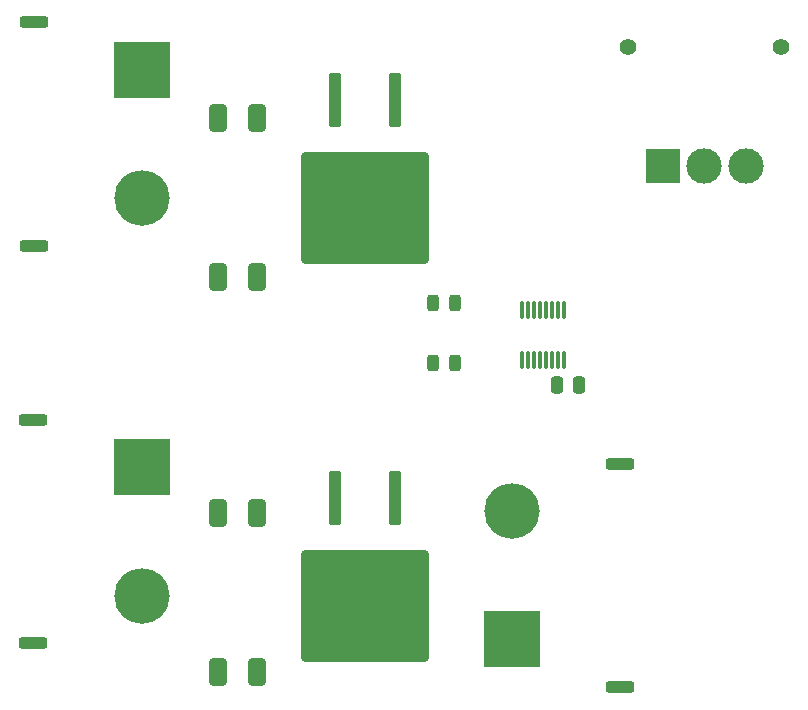
<source format=gbr>
%TF.GenerationSoftware,KiCad,Pcbnew,8.0.0*%
%TF.CreationDate,2024-03-01T13:10:07-07:00*%
%TF.ProjectId,2023IdealDiode,32303233-4964-4656-916c-44696f64652e,rev?*%
%TF.SameCoordinates,Original*%
%TF.FileFunction,Soldermask,Top*%
%TF.FilePolarity,Negative*%
%FSLAX46Y46*%
G04 Gerber Fmt 4.6, Leading zero omitted, Abs format (unit mm)*
G04 Created by KiCad (PCBNEW 8.0.0) date 2024-03-01 13:10:07*
%MOMM*%
%LPD*%
G01*
G04 APERTURE LIST*
G04 Aperture macros list*
%AMRoundRect*
0 Rectangle with rounded corners*
0 $1 Rounding radius*
0 $2 $3 $4 $5 $6 $7 $8 $9 X,Y pos of 4 corners*
0 Add a 4 corners polygon primitive as box body*
4,1,4,$2,$3,$4,$5,$6,$7,$8,$9,$2,$3,0*
0 Add four circle primitives for the rounded corners*
1,1,$1+$1,$2,$3*
1,1,$1+$1,$4,$5*
1,1,$1+$1,$6,$7*
1,1,$1+$1,$8,$9*
0 Add four rect primitives between the rounded corners*
20,1,$1+$1,$2,$3,$4,$5,0*
20,1,$1+$1,$4,$5,$6,$7,0*
20,1,$1+$1,$6,$7,$8,$9,0*
20,1,$1+$1,$8,$9,$2,$3,0*%
G04 Aperture macros list end*
%ADD10RoundRect,0.075000X-0.075000X0.650000X-0.075000X-0.650000X0.075000X-0.650000X0.075000X0.650000X0*%
%ADD11RoundRect,0.250000X-0.250000X-0.475000X0.250000X-0.475000X0.250000X0.475000X-0.250000X0.475000X0*%
%ADD12C,4.700000*%
%ADD13R,4.700000X4.700000*%
%ADD14RoundRect,0.250000X-0.950000X0.250000X-0.950000X-0.250000X0.950000X-0.250000X0.950000X0.250000X0*%
%ADD15RoundRect,0.375000X-0.375000X0.825000X-0.375000X-0.825000X0.375000X-0.825000X0.375000X0.825000X0*%
%ADD16RoundRect,0.250000X-0.300000X2.050000X-0.300000X-2.050000X0.300000X-2.050000X0.300000X2.050000X0*%
%ADD17RoundRect,0.250002X-5.149998X4.449998X-5.149998X-4.449998X5.149998X-4.449998X5.149998X4.449998X0*%
%ADD18RoundRect,0.243750X0.243750X0.456250X-0.243750X0.456250X-0.243750X-0.456250X0.243750X-0.456250X0*%
%ADD19RoundRect,0.250000X0.950000X-0.250000X0.950000X0.250000X-0.950000X0.250000X-0.950000X-0.250000X0*%
%ADD20C,3.000000*%
%ADD21R,3.000000X3.000000*%
%ADD22C,1.400000*%
G04 APERTURE END LIST*
D10*
%TO.C,IC1*%
X338745000Y-247595000D03*
X338245000Y-247595000D03*
X337745000Y-247595000D03*
X337245000Y-247595000D03*
X336745000Y-247595000D03*
X336245000Y-247595000D03*
X335745000Y-247595000D03*
X335245000Y-247595000D03*
X335245000Y-251895000D03*
X335745000Y-251895000D03*
X336245000Y-251895000D03*
X336745000Y-251895000D03*
X337245000Y-251895000D03*
X337745000Y-251895000D03*
X338245000Y-251895000D03*
X338745000Y-251895000D03*
%TD*%
D11*
%TO.C,C1*%
X338140000Y-254000000D03*
X340040000Y-254000000D03*
%TD*%
D12*
%TO.C,J1*%
X303075000Y-238180000D03*
D13*
X303075000Y-227330000D03*
D14*
X293875000Y-242180000D03*
X293875000Y-223280000D03*
%TD*%
D15*
%TO.C,F2*%
X312815000Y-264795000D03*
X309485000Y-264795000D03*
X312815000Y-278265000D03*
X309485000Y-278265000D03*
%TD*%
D16*
%TO.C,Q1*%
X324485000Y-229870000D03*
D17*
X321945000Y-239020000D03*
D16*
X319405000Y-229870000D03*
%TD*%
D18*
%TO.C,D1*%
X329535000Y-247015000D03*
X327660000Y-247015000D03*
%TD*%
D15*
%TO.C,F1*%
X312815000Y-231390000D03*
X309485000Y-231390000D03*
X312815000Y-244860000D03*
X309485000Y-244860000D03*
%TD*%
D16*
%TO.C,Q2*%
X324485000Y-263525000D03*
D17*
X321945000Y-272675000D03*
D16*
X319405000Y-263525000D03*
%TD*%
D12*
%TO.C,J3*%
X334335000Y-264660000D03*
D13*
X334335000Y-275510000D03*
D19*
X343535000Y-260660000D03*
X343535000Y-279560000D03*
%TD*%
D12*
%TO.C,J2*%
X303050000Y-271800000D03*
D13*
X303050000Y-260950000D03*
D14*
X293850000Y-275800000D03*
X293850000Y-256900000D03*
%TD*%
D18*
%TO.C,D2*%
X329535000Y-252095000D03*
X327660000Y-252095000D03*
%TD*%
D20*
%TO.C,SW1*%
X354155000Y-235395000D03*
X350655000Y-235395000D03*
D21*
X347155000Y-235395000D03*
D22*
X357155000Y-225395000D03*
X344155000Y-225395000D03*
%TD*%
M02*

</source>
